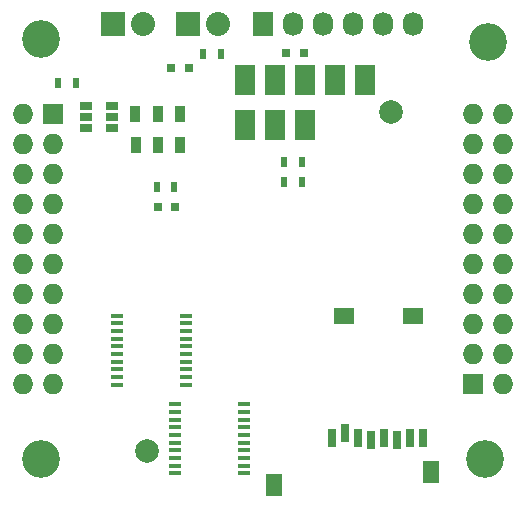
<source format=gbr>
G04 #@! TF.FileFunction,Soldermask,Bot*
%FSLAX46Y46*%
G04 Gerber Fmt 4.6, Leading zero omitted, Abs format (unit mm)*
G04 Created by KiCad (PCBNEW 4.0.0-rc2-stable) date 7/27/2016 7:09:46 AM*
%MOMM*%
G01*
G04 APERTURE LIST*
%ADD10C,0.100000*%
%ADD11C,3.200000*%
%ADD12R,0.800000X0.750000*%
%ADD13R,2.032000X2.032000*%
%ADD14O,2.032000X2.032000*%
%ADD15R,1.727200X1.727200*%
%ADD16O,1.727200X1.727200*%
%ADD17R,1.700000X2.500000*%
%ADD18R,1.727200X2.032000*%
%ADD19O,1.727200X2.032000*%
%ADD20R,0.500000X0.900000*%
%ADD21R,0.889000X1.399540*%
%ADD22R,0.899160X1.399540*%
%ADD23R,0.990600X0.304800*%
%ADD24C,1.998980*%
%ADD25R,0.749300X1.501140*%
%ADD26R,1.399540X1.899920*%
%ADD27R,1.800860X1.399540*%
%ADD28R,1.060000X0.650000*%
G04 APERTURE END LIST*
D10*
D11*
X123984000Y-119400000D03*
X161576000Y-119400000D03*
X161830000Y-84094000D03*
X123984000Y-83840000D03*
D12*
X135386760Y-98036060D03*
X133886760Y-98036060D03*
X136527220Y-86258080D03*
X135027220Y-86258080D03*
X144742720Y-85031260D03*
X146242720Y-85031260D03*
D13*
X130080000Y-82570000D03*
D14*
X132620000Y-82570000D03*
D15*
X125000000Y-90190000D03*
D16*
X122460000Y-90190000D03*
X125000000Y-92730000D03*
X122460000Y-92730000D03*
X125000000Y-95270000D03*
X122460000Y-95270000D03*
X125000000Y-97810000D03*
X122460000Y-97810000D03*
X125000000Y-100350000D03*
X122460000Y-100350000D03*
X125000000Y-102890000D03*
X122460000Y-102890000D03*
X125000000Y-105430000D03*
X122460000Y-105430000D03*
X125000000Y-107970000D03*
X122460000Y-107970000D03*
X125000000Y-110510000D03*
X122460000Y-110510000D03*
X125000000Y-113050000D03*
X122460000Y-113050000D03*
D13*
X136430000Y-82570000D03*
D14*
X138970000Y-82570000D03*
D17*
X151420000Y-87335000D03*
X141260000Y-87335000D03*
X148880000Y-87335000D03*
X146340000Y-87335000D03*
X143800000Y-87335000D03*
D18*
X142780000Y-82570000D03*
D19*
X145320000Y-82570000D03*
X147860000Y-82570000D03*
X150400000Y-82570000D03*
X152940000Y-82570000D03*
X155480000Y-82570000D03*
D17*
X141260000Y-91145000D03*
X143800000Y-91145000D03*
D15*
X160560000Y-113050000D03*
D16*
X163100000Y-113050000D03*
X160560000Y-110510000D03*
X163100000Y-110510000D03*
X160560000Y-107970000D03*
X163100000Y-107970000D03*
X160560000Y-105430000D03*
X163100000Y-105430000D03*
X160560000Y-102890000D03*
X163100000Y-102890000D03*
X160560000Y-100350000D03*
X163100000Y-100350000D03*
X160560000Y-97810000D03*
X163100000Y-97810000D03*
X160560000Y-95270000D03*
X163100000Y-95270000D03*
X160560000Y-92730000D03*
X163100000Y-92730000D03*
X160560000Y-90190000D03*
X163100000Y-90190000D03*
D17*
X146340000Y-91145000D03*
D20*
X126951420Y-87571260D03*
X125451420Y-87571260D03*
X133802940Y-96407920D03*
X135302940Y-96407920D03*
X144605560Y-95912620D03*
X146105560Y-95912620D03*
X144575080Y-94251460D03*
X146075080Y-94251460D03*
X137747560Y-85076980D03*
X139247560Y-85076980D03*
D21*
X135812780Y-92818900D03*
D22*
X132012940Y-92818900D03*
D21*
X133912860Y-92818900D03*
X135789920Y-90190000D03*
D22*
X131990080Y-90190000D03*
D21*
X133890000Y-90190000D03*
D23*
X135374020Y-120607960D03*
X135374020Y-119957960D03*
X135374020Y-119307960D03*
X135374020Y-118657960D03*
X135374020Y-118007960D03*
X135374020Y-117357960D03*
X135374020Y-116707960D03*
X135374020Y-116057960D03*
X141209620Y-116057960D03*
X141209620Y-116707960D03*
X141209620Y-117357960D03*
X141209620Y-118007960D03*
X141209620Y-118657960D03*
X141209620Y-119307960D03*
X141209620Y-119957960D03*
X141209620Y-120607960D03*
X135374020Y-115407960D03*
X135374020Y-114757960D03*
X141209620Y-115407960D03*
X141209620Y-114757960D03*
D24*
X153608020Y-90002040D03*
X133008620Y-118691340D03*
D25*
X155220920Y-117622000D03*
X156320740Y-117622000D03*
X154121100Y-117822660D03*
X153021280Y-117622000D03*
X148622000Y-117622000D03*
X149721820Y-117223220D03*
X150821640Y-117622000D03*
X151921460Y-117822660D03*
D26*
X157021780Y-120471880D03*
X143773140Y-121571700D03*
D27*
X155472380Y-107322300D03*
X149671020Y-107322300D03*
D28*
X127806520Y-91368600D03*
X127806520Y-90418600D03*
X127806520Y-89468600D03*
X130006520Y-89468600D03*
X130006520Y-91368600D03*
X130006520Y-90418600D03*
D23*
X136299800Y-107267500D03*
X136299800Y-107917500D03*
X136299800Y-108567500D03*
X136299800Y-109217500D03*
X136299800Y-109867500D03*
X136299800Y-110517500D03*
X136299800Y-111167500D03*
X136299800Y-111817500D03*
X130464200Y-111817500D03*
X130464200Y-111167500D03*
X130464200Y-110517500D03*
X130464200Y-109867500D03*
X130464200Y-109217500D03*
X130464200Y-108567500D03*
X130464200Y-107917500D03*
X130464200Y-107267500D03*
X136299800Y-112467500D03*
X136299800Y-113117500D03*
X130464200Y-112467500D03*
X130464200Y-113117500D03*
M02*

</source>
